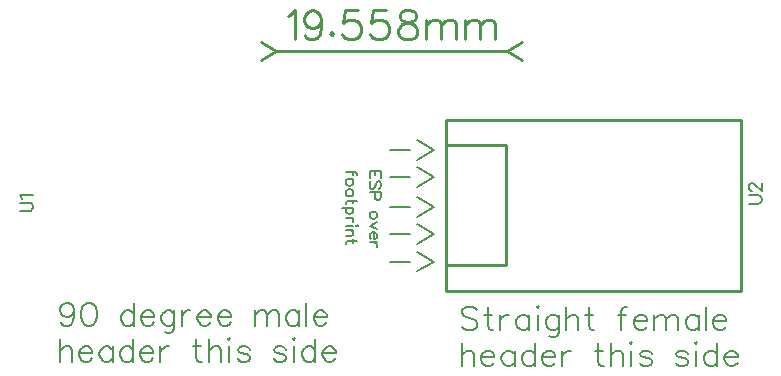
<source format=gto>
G04 Layer: TopSilkLayer*
G04 EasyEDA v6.1.52, Thu, 18 Jul 2019 05:10:24 GMT*
G04 901f24a5bca74c948225dbc6938cad0f,10*
G04 Gerber Generator version 0.2*
G04 Scale: 100 percent, Rotated: No, Reflected: No *
G04 Dimensions in millimeters *
G04 leading zeros omitted , absolute positions ,3 integer and 3 decimal *
%FSLAX33Y33*%
%MOMM*%
G90*
G71D02*

%ADD10C,0.254000*%
%ADD17C,0.203200*%
%ADD18C,0.177800*%

%LPD*%
G54D10*
G01X39370Y13208D02*
G01X39370Y-1291D01*
G01X14370Y13208D02*
G01X14370Y-1291D01*
G01X39370Y13208D02*
G01X14370Y13208D01*
G01X39370Y-1291D02*
G01X14370Y-1291D01*
G01X19450Y11038D02*
G01X14370Y11038D01*
G01X19450Y878D02*
G01X14370Y878D01*
G01X19450Y11038D02*
G01X19450Y878D01*
G54D17*
G01X17040Y-2910D02*
G01X16855Y-2725D01*
G01X16578Y-2633D01*
G01X16210Y-2633D01*
G01X15933Y-2725D01*
G01X15748Y-2910D01*
G01X15748Y-3093D01*
G01X15839Y-3279D01*
G01X15933Y-3373D01*
G01X16116Y-3464D01*
G01X16672Y-3649D01*
G01X16855Y-3741D01*
G01X16949Y-3832D01*
G01X17040Y-4018D01*
G01X17040Y-4295D01*
G01X16855Y-4480D01*
G01X16578Y-4572D01*
G01X16210Y-4572D01*
G01X15933Y-4480D01*
G01X15748Y-4295D01*
G01X17927Y-2633D02*
G01X17927Y-4203D01*
G01X18021Y-4480D01*
G01X18204Y-4572D01*
G01X18389Y-4572D01*
G01X17650Y-3279D02*
G01X18298Y-3279D01*
G01X18999Y-3279D02*
G01X18999Y-4572D01*
G01X18999Y-3832D02*
G01X19090Y-3556D01*
G01X19276Y-3373D01*
G01X19461Y-3279D01*
G01X19738Y-3279D01*
G01X21455Y-3279D02*
G01X21455Y-4572D01*
G01X21455Y-3556D02*
G01X21272Y-3373D01*
G01X21087Y-3279D01*
G01X20810Y-3279D01*
G01X20624Y-3373D01*
G01X20439Y-3556D01*
G01X20347Y-3832D01*
G01X20347Y-4018D01*
G01X20439Y-4295D01*
G01X20624Y-4480D01*
G01X20810Y-4572D01*
G01X21087Y-4572D01*
G01X21272Y-4480D01*
G01X21455Y-4295D01*
G01X22064Y-2633D02*
G01X22158Y-2725D01*
G01X22250Y-2633D01*
G01X22158Y-2540D01*
G01X22064Y-2633D01*
G01X22158Y-3279D02*
G01X22158Y-4572D01*
G01X23967Y-3279D02*
G01X23967Y-4757D01*
G01X23876Y-5034D01*
G01X23784Y-5125D01*
G01X23599Y-5219D01*
G01X23322Y-5219D01*
G01X23136Y-5125D01*
G01X23967Y-3556D02*
G01X23784Y-3373D01*
G01X23599Y-3279D01*
G01X23322Y-3279D01*
G01X23136Y-3373D01*
G01X22951Y-3556D01*
G01X22860Y-3832D01*
G01X22860Y-4018D01*
G01X22951Y-4295D01*
G01X23136Y-4480D01*
G01X23322Y-4572D01*
G01X23599Y-4572D01*
G01X23784Y-4480D01*
G01X23967Y-4295D01*
G01X24577Y-2633D02*
G01X24577Y-4572D01*
G01X24577Y-3649D02*
G01X24853Y-3373D01*
G01X25039Y-3279D01*
G01X25316Y-3279D01*
G01X25501Y-3373D01*
G01X25593Y-3649D01*
G01X25593Y-4572D01*
G01X26479Y-2633D02*
G01X26479Y-4203D01*
G01X26573Y-4480D01*
G01X26758Y-4572D01*
G01X26941Y-4572D01*
G01X26202Y-3279D02*
G01X26850Y-3279D01*
G01X29712Y-2633D02*
G01X29527Y-2633D01*
G01X29344Y-2725D01*
G01X29250Y-3002D01*
G01X29250Y-4572D01*
G01X28973Y-3279D02*
G01X29621Y-3279D01*
G01X30322Y-3832D02*
G01X31432Y-3832D01*
G01X31432Y-3649D01*
G01X31338Y-3464D01*
G01X31247Y-3373D01*
G01X31061Y-3279D01*
G01X30784Y-3279D01*
G01X30599Y-3373D01*
G01X30416Y-3556D01*
G01X30322Y-3832D01*
G01X30322Y-4018D01*
G01X30416Y-4295D01*
G01X30599Y-4480D01*
G01X30784Y-4572D01*
G01X31061Y-4572D01*
G01X31247Y-4480D01*
G01X31432Y-4295D01*
G01X32042Y-3279D02*
G01X32042Y-4572D01*
G01X32042Y-3649D02*
G01X32318Y-3373D01*
G01X32501Y-3279D01*
G01X32778Y-3279D01*
G01X32964Y-3373D01*
G01X33058Y-3649D01*
G01X33058Y-4572D01*
G01X33058Y-3649D02*
G01X33334Y-3373D01*
G01X33517Y-3279D01*
G01X33794Y-3279D01*
G01X33980Y-3373D01*
G01X34074Y-3649D01*
G01X34074Y-4572D01*
G01X35791Y-3279D02*
G01X35791Y-4572D01*
G01X35791Y-3556D02*
G01X35605Y-3373D01*
G01X35420Y-3279D01*
G01X35143Y-3279D01*
G01X34960Y-3373D01*
G01X34775Y-3556D01*
G01X34683Y-3832D01*
G01X34683Y-4018D01*
G01X34775Y-4295D01*
G01X34960Y-4480D01*
G01X35143Y-4572D01*
G01X35420Y-4572D01*
G01X35605Y-4480D01*
G01X35791Y-4295D01*
G01X36400Y-2633D02*
G01X36400Y-4572D01*
G01X37010Y-3832D02*
G01X38117Y-3832D01*
G01X38117Y-3649D01*
G01X38026Y-3464D01*
G01X37934Y-3373D01*
G01X37749Y-3279D01*
G01X37472Y-3279D01*
G01X37287Y-3373D01*
G01X37101Y-3556D01*
G01X37010Y-3832D01*
G01X37010Y-4018D01*
G01X37101Y-4295D01*
G01X37287Y-4480D01*
G01X37472Y-4572D01*
G01X37749Y-4572D01*
G01X37934Y-4480D01*
G01X38117Y-4295D01*
G01X15748Y-5681D02*
G01X15748Y-7620D01*
G01X15748Y-6697D02*
G01X16024Y-6421D01*
G01X16210Y-6327D01*
G01X16487Y-6327D01*
G01X16672Y-6421D01*
G01X16764Y-6697D01*
G01X16764Y-7620D01*
G01X17373Y-6880D02*
G01X18481Y-6880D01*
G01X18481Y-6697D01*
G01X18389Y-6512D01*
G01X18298Y-6421D01*
G01X18112Y-6327D01*
G01X17835Y-6327D01*
G01X17650Y-6421D01*
G01X17465Y-6604D01*
G01X17373Y-6880D01*
G01X17373Y-7066D01*
G01X17465Y-7343D01*
G01X17650Y-7528D01*
G01X17835Y-7620D01*
G01X18112Y-7620D01*
G01X18298Y-7528D01*
G01X18481Y-7343D01*
G01X20200Y-6327D02*
G01X20200Y-7620D01*
G01X20200Y-6604D02*
G01X20015Y-6421D01*
G01X19829Y-6327D01*
G01X19552Y-6327D01*
G01X19367Y-6421D01*
G01X19184Y-6604D01*
G01X19090Y-6880D01*
G01X19090Y-7066D01*
G01X19184Y-7343D01*
G01X19367Y-7528D01*
G01X19552Y-7620D01*
G01X19829Y-7620D01*
G01X20015Y-7528D01*
G01X20200Y-7343D01*
G01X21917Y-5681D02*
G01X21917Y-7620D01*
G01X21917Y-6604D02*
G01X21732Y-6421D01*
G01X21549Y-6327D01*
G01X21272Y-6327D01*
G01X21087Y-6421D01*
G01X20901Y-6604D01*
G01X20810Y-6880D01*
G01X20810Y-7066D01*
G01X20901Y-7343D01*
G01X21087Y-7528D01*
G01X21272Y-7620D01*
G01X21549Y-7620D01*
G01X21732Y-7528D01*
G01X21917Y-7343D01*
G01X22527Y-6880D02*
G01X23634Y-6880D01*
G01X23634Y-6697D01*
G01X23543Y-6512D01*
G01X23451Y-6421D01*
G01X23266Y-6327D01*
G01X22989Y-6327D01*
G01X22804Y-6421D01*
G01X22618Y-6604D01*
G01X22527Y-6880D01*
G01X22527Y-7066D01*
G01X22618Y-7343D01*
G01X22804Y-7528D01*
G01X22989Y-7620D01*
G01X23266Y-7620D01*
G01X23451Y-7528D01*
G01X23634Y-7343D01*
G01X24244Y-6327D02*
G01X24244Y-7620D01*
G01X24244Y-6880D02*
G01X24338Y-6604D01*
G01X24523Y-6421D01*
G01X24706Y-6327D01*
G01X24983Y-6327D01*
G01X27292Y-5681D02*
G01X27292Y-7251D01*
G01X27386Y-7528D01*
G01X27571Y-7620D01*
G01X27754Y-7620D01*
G01X27015Y-6327D02*
G01X27663Y-6327D01*
G01X28364Y-5681D02*
G01X28364Y-7620D01*
G01X28364Y-6697D02*
G01X28641Y-6421D01*
G01X28826Y-6327D01*
G01X29103Y-6327D01*
G01X29288Y-6421D01*
G01X29380Y-6697D01*
G01X29380Y-7620D01*
G01X29989Y-5681D02*
G01X30083Y-5773D01*
G01X30175Y-5681D01*
G01X30083Y-5588D01*
G01X29989Y-5681D01*
G01X30083Y-6327D02*
G01X30083Y-7620D01*
G01X31800Y-6604D02*
G01X31709Y-6421D01*
G01X31432Y-6327D01*
G01X31153Y-6327D01*
G01X30876Y-6421D01*
G01X30784Y-6604D01*
G01X30876Y-6789D01*
G01X31061Y-6880D01*
G01X31523Y-6974D01*
G01X31709Y-7066D01*
G01X31800Y-7251D01*
G01X31800Y-7343D01*
G01X31709Y-7528D01*
G01X31432Y-7620D01*
G01X31153Y-7620D01*
G01X30876Y-7528D01*
G01X30784Y-7343D01*
G01X34848Y-6604D02*
G01X34757Y-6421D01*
G01X34480Y-6327D01*
G01X34201Y-6327D01*
G01X33924Y-6421D01*
G01X33832Y-6604D01*
G01X33924Y-6789D01*
G01X34109Y-6880D01*
G01X34571Y-6974D01*
G01X34757Y-7066D01*
G01X34848Y-7251D01*
G01X34848Y-7343D01*
G01X34757Y-7528D01*
G01X34480Y-7620D01*
G01X34201Y-7620D01*
G01X33924Y-7528D01*
G01X33832Y-7343D01*
G01X35458Y-5681D02*
G01X35549Y-5773D01*
G01X35643Y-5681D01*
G01X35549Y-5588D01*
G01X35458Y-5681D01*
G01X35549Y-6327D02*
G01X35549Y-7620D01*
G01X37360Y-5681D02*
G01X37360Y-7620D01*
G01X37360Y-6604D02*
G01X37175Y-6421D01*
G01X36992Y-6327D01*
G01X36715Y-6327D01*
G01X36530Y-6421D01*
G01X36344Y-6604D01*
G01X36253Y-6880D01*
G01X36253Y-7066D01*
G01X36344Y-7343D01*
G01X36530Y-7528D01*
G01X36715Y-7620D01*
G01X36992Y-7620D01*
G01X37175Y-7528D01*
G01X37360Y-7343D01*
G01X37970Y-6880D02*
G01X39077Y-6880D01*
G01X39077Y-6697D01*
G01X38986Y-6512D01*
G01X38895Y-6421D01*
G01X38709Y-6327D01*
G01X38432Y-6327D01*
G01X38247Y-6421D01*
G01X38061Y-6604D01*
G01X37970Y-6880D01*
G01X37970Y-7066D01*
G01X38061Y-7343D01*
G01X38247Y-7528D01*
G01X38432Y-7620D01*
G01X38709Y-7620D01*
G01X38895Y-7528D01*
G01X39077Y-7343D01*
G01X-17086Y-2931D02*
G01X-17180Y-3208D01*
G01X-17363Y-3393D01*
G01X-17640Y-3484D01*
G01X-17734Y-3484D01*
G01X-18011Y-3393D01*
G01X-18196Y-3208D01*
G01X-18288Y-2931D01*
G01X-18288Y-2839D01*
G01X-18196Y-2562D01*
G01X-18011Y-2377D01*
G01X-17734Y-2286D01*
G01X-17640Y-2286D01*
G01X-17363Y-2377D01*
G01X-17180Y-2562D01*
G01X-17086Y-2931D01*
G01X-17086Y-3393D01*
G01X-17180Y-3855D01*
G01X-17363Y-4132D01*
G01X-17640Y-4224D01*
G01X-17825Y-4224D01*
G01X-18102Y-4132D01*
G01X-18196Y-3947D01*
G01X-15923Y-2286D02*
G01X-16200Y-2377D01*
G01X-16385Y-2654D01*
G01X-16476Y-3116D01*
G01X-16476Y-3393D01*
G01X-16385Y-3855D01*
G01X-16200Y-4132D01*
G01X-15923Y-4224D01*
G01X-15737Y-4224D01*
G01X-15460Y-4132D01*
G01X-15278Y-3855D01*
G01X-15184Y-3393D01*
G01X-15184Y-3116D01*
G01X-15278Y-2654D01*
G01X-15460Y-2377D01*
G01X-15737Y-2286D01*
G01X-15923Y-2286D01*
G01X-12044Y-2286D02*
G01X-12044Y-4224D01*
G01X-12044Y-3208D02*
G01X-12230Y-3025D01*
G01X-12412Y-2931D01*
G01X-12689Y-2931D01*
G01X-12875Y-3025D01*
G01X-13060Y-3208D01*
G01X-13152Y-3484D01*
G01X-13152Y-3670D01*
G01X-13060Y-3947D01*
G01X-12875Y-4132D01*
G01X-12689Y-4224D01*
G01X-12412Y-4224D01*
G01X-12230Y-4132D01*
G01X-12044Y-3947D01*
G01X-11435Y-3484D02*
G01X-10325Y-3484D01*
G01X-10325Y-3302D01*
G01X-10419Y-3116D01*
G01X-10510Y-3025D01*
G01X-10695Y-2931D01*
G01X-10972Y-2931D01*
G01X-11158Y-3025D01*
G01X-11341Y-3208D01*
G01X-11435Y-3484D01*
G01X-11435Y-3670D01*
G01X-11341Y-3947D01*
G01X-11158Y-4132D01*
G01X-10972Y-4224D01*
G01X-10695Y-4224D01*
G01X-10510Y-4132D01*
G01X-10325Y-3947D01*
G01X-8608Y-2931D02*
G01X-8608Y-4409D01*
G01X-8699Y-4686D01*
G01X-8793Y-4777D01*
G01X-8978Y-4871D01*
G01X-9255Y-4871D01*
G01X-9438Y-4777D01*
G01X-8608Y-3208D02*
G01X-8793Y-3025D01*
G01X-8978Y-2931D01*
G01X-9255Y-2931D01*
G01X-9438Y-3025D01*
G01X-9624Y-3208D01*
G01X-9715Y-3484D01*
G01X-9715Y-3670D01*
G01X-9624Y-3947D01*
G01X-9438Y-4132D01*
G01X-9255Y-4224D01*
G01X-8978Y-4224D01*
G01X-8793Y-4132D01*
G01X-8608Y-3947D01*
G01X-7998Y-2931D02*
G01X-7998Y-4224D01*
G01X-7998Y-3484D02*
G01X-7907Y-3208D01*
G01X-7721Y-3025D01*
G01X-7536Y-2931D01*
G01X-7259Y-2931D01*
G01X-6649Y-3484D02*
G01X-5542Y-3484D01*
G01X-5542Y-3302D01*
G01X-5633Y-3116D01*
G01X-5727Y-3025D01*
G01X-5910Y-2931D01*
G01X-6187Y-2931D01*
G01X-6372Y-3025D01*
G01X-6558Y-3208D01*
G01X-6649Y-3484D01*
G01X-6649Y-3670D01*
G01X-6558Y-3947D01*
G01X-6372Y-4132D01*
G01X-6187Y-4224D01*
G01X-5910Y-4224D01*
G01X-5727Y-4132D01*
G01X-5542Y-3947D01*
G01X-4932Y-3484D02*
G01X-3822Y-3484D01*
G01X-3822Y-3302D01*
G01X-3916Y-3116D01*
G01X-4008Y-3025D01*
G01X-4193Y-2931D01*
G01X-4470Y-2931D01*
G01X-4655Y-3025D01*
G01X-4838Y-3208D01*
G01X-4932Y-3484D01*
G01X-4932Y-3670D01*
G01X-4838Y-3947D01*
G01X-4655Y-4132D01*
G01X-4470Y-4224D01*
G01X-4193Y-4224D01*
G01X-4008Y-4132D01*
G01X-3822Y-3947D01*
G01X-1790Y-2931D02*
G01X-1790Y-4224D01*
G01X-1790Y-3302D02*
G01X-1513Y-3025D01*
G01X-1330Y-2931D01*
G01X-1054Y-2931D01*
G01X-868Y-3025D01*
G01X-774Y-3302D01*
G01X-774Y-4224D01*
G01X-774Y-3302D02*
G01X-497Y-3025D01*
G01X-314Y-2931D01*
G01X-38Y-2931D01*
G01X147Y-3025D01*
G01X241Y-3302D01*
G01X241Y-4224D01*
G01X1958Y-2931D02*
G01X1958Y-4224D01*
G01X1958Y-3208D02*
G01X1772Y-3025D01*
G01X1587Y-2931D01*
G01X1310Y-2931D01*
G01X1127Y-3025D01*
G01X942Y-3208D01*
G01X850Y-3484D01*
G01X850Y-3670D01*
G01X942Y-3947D01*
G01X1127Y-4132D01*
G01X1310Y-4224D01*
G01X1587Y-4224D01*
G01X1772Y-4132D01*
G01X1958Y-3947D01*
G01X2567Y-2286D02*
G01X2567Y-4224D01*
G01X3177Y-3484D02*
G01X4284Y-3484D01*
G01X4284Y-3302D01*
G01X4193Y-3116D01*
G01X4102Y-3025D01*
G01X3916Y-2931D01*
G01X3639Y-2931D01*
G01X3454Y-3025D01*
G01X3268Y-3208D01*
G01X3177Y-3484D01*
G01X3177Y-3670D01*
G01X3268Y-3947D01*
G01X3454Y-4132D01*
G01X3639Y-4224D01*
G01X3916Y-4224D01*
G01X4102Y-4132D01*
G01X4284Y-3947D01*
G01X-18288Y-5334D02*
G01X-18288Y-7272D01*
G01X-18288Y-6350D02*
G01X-18011Y-6073D01*
G01X-17825Y-5979D01*
G01X-17548Y-5979D01*
G01X-17363Y-6073D01*
G01X-17272Y-6350D01*
G01X-17272Y-7272D01*
G01X-16662Y-6532D02*
G01X-15554Y-6532D01*
G01X-15554Y-6350D01*
G01X-15646Y-6164D01*
G01X-15737Y-6073D01*
G01X-15923Y-5979D01*
G01X-16200Y-5979D01*
G01X-16385Y-6073D01*
G01X-16570Y-6256D01*
G01X-16662Y-6532D01*
G01X-16662Y-6718D01*
G01X-16570Y-6995D01*
G01X-16385Y-7180D01*
G01X-16200Y-7272D01*
G01X-15923Y-7272D01*
G01X-15737Y-7180D01*
G01X-15554Y-6995D01*
G01X-13835Y-5979D02*
G01X-13835Y-7272D01*
G01X-13835Y-6256D02*
G01X-14020Y-6073D01*
G01X-14206Y-5979D01*
G01X-14483Y-5979D01*
G01X-14668Y-6073D01*
G01X-14851Y-6256D01*
G01X-14945Y-6532D01*
G01X-14945Y-6718D01*
G01X-14851Y-6995D01*
G01X-14668Y-7180D01*
G01X-14483Y-7272D01*
G01X-14206Y-7272D01*
G01X-14020Y-7180D01*
G01X-13835Y-6995D01*
G01X-12118Y-5334D02*
G01X-12118Y-7272D01*
G01X-12118Y-6256D02*
G01X-12303Y-6073D01*
G01X-12486Y-5979D01*
G01X-12763Y-5979D01*
G01X-12948Y-6073D01*
G01X-13134Y-6256D01*
G01X-13225Y-6532D01*
G01X-13225Y-6718D01*
G01X-13134Y-6995D01*
G01X-12948Y-7180D01*
G01X-12763Y-7272D01*
G01X-12486Y-7272D01*
G01X-12303Y-7180D01*
G01X-12118Y-6995D01*
G01X-11508Y-6532D02*
G01X-10401Y-6532D01*
G01X-10401Y-6350D01*
G01X-10492Y-6164D01*
G01X-10584Y-6073D01*
G01X-10769Y-5979D01*
G01X-11046Y-5979D01*
G01X-11231Y-6073D01*
G01X-11417Y-6256D01*
G01X-11508Y-6532D01*
G01X-11508Y-6718D01*
G01X-11417Y-6995D01*
G01X-11231Y-7180D01*
G01X-11046Y-7272D01*
G01X-10769Y-7272D01*
G01X-10584Y-7180D01*
G01X-10401Y-6995D01*
G01X-9791Y-5979D02*
G01X-9791Y-7272D01*
G01X-9791Y-6532D02*
G01X-9697Y-6256D01*
G01X-9512Y-6073D01*
G01X-9329Y-5979D01*
G01X-9052Y-5979D01*
G01X-6743Y-5334D02*
G01X-6743Y-6903D01*
G01X-6649Y-7180D01*
G01X-6464Y-7272D01*
G01X-6281Y-7272D01*
G01X-7020Y-5979D02*
G01X-6372Y-5979D01*
G01X-5671Y-5334D02*
G01X-5671Y-7272D01*
G01X-5671Y-6350D02*
G01X-5394Y-6073D01*
G01X-5209Y-5979D01*
G01X-4932Y-5979D01*
G01X-4747Y-6073D01*
G01X-4655Y-6350D01*
G01X-4655Y-7272D01*
G01X-4046Y-5334D02*
G01X-3952Y-5425D01*
G01X-3860Y-5334D01*
G01X-3952Y-5240D01*
G01X-4046Y-5334D01*
G01X-3952Y-5979D02*
G01X-3952Y-7272D01*
G01X-2235Y-6256D02*
G01X-2326Y-6073D01*
G01X-2603Y-5979D01*
G01X-2882Y-5979D01*
G01X-3159Y-6073D01*
G01X-3251Y-6256D01*
G01X-3159Y-6441D01*
G01X-2974Y-6532D01*
G01X-2512Y-6626D01*
G01X-2326Y-6718D01*
G01X-2235Y-6903D01*
G01X-2235Y-6995D01*
G01X-2326Y-7180D01*
G01X-2603Y-7272D01*
G01X-2882Y-7272D01*
G01X-3159Y-7180D01*
G01X-3251Y-6995D01*
G01X812Y-6256D02*
G01X721Y-6073D01*
G01X444Y-5979D01*
G01X165Y-5979D01*
G01X-111Y-6073D01*
G01X-203Y-6256D01*
G01X-111Y-6441D01*
G01X73Y-6532D01*
G01X535Y-6626D01*
G01X721Y-6718D01*
G01X812Y-6903D01*
G01X812Y-6995D01*
G01X721Y-7180D01*
G01X444Y-7272D01*
G01X165Y-7272D01*
G01X-111Y-7180D01*
G01X-203Y-6995D01*
G01X1422Y-5334D02*
G01X1513Y-5425D01*
G01X1607Y-5334D01*
G01X1513Y-5240D01*
G01X1422Y-5334D01*
G01X1513Y-5979D02*
G01X1513Y-7272D01*
G01X3324Y-5334D02*
G01X3324Y-7272D01*
G01X3324Y-6256D02*
G01X3139Y-6073D01*
G01X2956Y-5979D01*
G01X2679Y-5979D01*
G01X2494Y-6073D01*
G01X2308Y-6256D01*
G01X2217Y-6532D01*
G01X2217Y-6718D01*
G01X2308Y-6995D01*
G01X2494Y-7180D01*
G01X2679Y-7272D01*
G01X2956Y-7272D01*
G01X3139Y-7180D01*
G01X3324Y-6995D01*
G01X3934Y-6532D02*
G01X5041Y-6532D01*
G01X5041Y-6350D01*
G01X4950Y-6164D01*
G01X4859Y-6073D01*
G01X4673Y-5979D01*
G01X4396Y-5979D01*
G01X4211Y-6073D01*
G01X4025Y-6256D01*
G01X3934Y-6532D01*
G01X3934Y-6718D01*
G01X4025Y-6995D01*
G01X4211Y-7180D01*
G01X4396Y-7272D01*
G01X4673Y-7272D01*
G01X4859Y-7180D01*
G01X5041Y-6995D01*
G01X9652Y1201D02*
G01X11315Y1201D01*
G01X11925Y2032D02*
G01X13401Y1201D01*
G01X11925Y370D01*
G01X9652Y3556D02*
G01X11315Y3556D01*
G01X11925Y4386D02*
G01X13401Y3556D01*
G01X11925Y2725D01*
G01X9652Y5842D02*
G01X11315Y5842D01*
G01X11925Y6672D02*
G01X13401Y5842D01*
G01X11925Y5011D01*
G01X9652Y10668D02*
G01X11315Y10668D01*
G01X11925Y11498D02*
G01X13401Y10668D01*
G01X11925Y9837D01*
G01X9652Y8382D02*
G01X11315Y8382D01*
G01X11925Y9212D02*
G01X13401Y8382D01*
G01X11925Y7551D01*
G54D10*
G01X0Y19050D02*
G01X19558Y19050D01*
G01X-1270Y19812D02*
G01X0Y19050D01*
G01X-1270Y18288D01*
G01X20828Y19812D02*
G01X19558Y19050D01*
G01X20828Y18288D01*
G01X993Y22006D02*
G01X1224Y22120D01*
G01X1569Y22466D01*
G01X1569Y20043D01*
G01X3832Y21658D02*
G01X3718Y21313D01*
G01X3487Y21082D01*
G01X3139Y20967D01*
G01X3025Y20967D01*
G01X2679Y21082D01*
G01X2448Y21313D01*
G01X2331Y21658D01*
G01X2331Y21775D01*
G01X2448Y22120D01*
G01X2679Y22352D01*
G01X3025Y22466D01*
G01X3139Y22466D01*
G01X3487Y22352D01*
G01X3718Y22120D01*
G01X3832Y21658D01*
G01X3832Y21082D01*
G01X3718Y20505D01*
G01X3487Y20157D01*
G01X3139Y20043D01*
G01X2908Y20043D01*
G01X2562Y20157D01*
G01X2448Y20388D01*
G01X4711Y20619D02*
G01X4594Y20505D01*
G01X4711Y20388D01*
G01X4826Y20505D01*
G01X4711Y20619D01*
G01X6972Y22466D02*
G01X5819Y22466D01*
G01X5702Y21427D01*
G01X5819Y21544D01*
G01X6164Y21658D01*
G01X6512Y21658D01*
G01X6858Y21544D01*
G01X7089Y21313D01*
G01X7203Y20967D01*
G01X7203Y20736D01*
G01X7089Y20388D01*
G01X6858Y20157D01*
G01X6512Y20043D01*
G01X6164Y20043D01*
G01X5819Y20157D01*
G01X5702Y20274D01*
G01X5588Y20505D01*
G01X9352Y22466D02*
G01X8196Y22466D01*
G01X8082Y21427D01*
G01X8196Y21544D01*
G01X8544Y21658D01*
G01X8890Y21658D01*
G01X9235Y21544D01*
G01X9466Y21313D01*
G01X9583Y20967D01*
G01X9583Y20736D01*
G01X9466Y20388D01*
G01X9235Y20157D01*
G01X8890Y20043D01*
G01X8544Y20043D01*
G01X8196Y20157D01*
G01X8082Y20274D01*
G01X7965Y20505D01*
G01X10922Y22466D02*
G01X10576Y22352D01*
G01X10459Y22120D01*
G01X10459Y21889D01*
G01X10576Y21658D01*
G01X10807Y21544D01*
G01X11267Y21427D01*
G01X11615Y21313D01*
G01X11846Y21082D01*
G01X11960Y20850D01*
G01X11960Y20505D01*
G01X11846Y20274D01*
G01X11729Y20157D01*
G01X11384Y20043D01*
G01X10922Y20043D01*
G01X10576Y20157D01*
G01X10459Y20274D01*
G01X10345Y20505D01*
G01X10345Y20850D01*
G01X10459Y21082D01*
G01X10690Y21313D01*
G01X11036Y21427D01*
G01X11498Y21544D01*
G01X11729Y21658D01*
G01X11846Y21889D01*
G01X11846Y22120D01*
G01X11729Y22352D01*
G01X11384Y22466D01*
G01X10922Y22466D01*
G01X12722Y21658D02*
G01X12722Y20043D01*
G01X12722Y21196D02*
G01X13068Y21544D01*
G01X13299Y21658D01*
G01X13647Y21658D01*
G01X13878Y21544D01*
G01X13992Y21196D01*
G01X13992Y20043D01*
G01X13992Y21196D02*
G01X14338Y21544D01*
G01X14569Y21658D01*
G01X14917Y21658D01*
G01X15148Y21544D01*
G01X15262Y21196D01*
G01X15262Y20043D01*
G01X16024Y21658D02*
G01X16024Y20043D01*
G01X16024Y21196D02*
G01X16370Y21544D01*
G01X16601Y21658D01*
G01X16949Y21658D01*
G01X17180Y21544D01*
G01X17294Y21196D01*
G01X17294Y20043D01*
G01X17294Y21196D02*
G01X17640Y21544D01*
G01X17871Y21658D01*
G01X18219Y21658D01*
G01X18450Y21544D01*
G01X18564Y21196D01*
G01X18564Y20043D01*
G54D17*
G01X8876Y8890D02*
G01X7922Y8890D01*
G01X8876Y8890D02*
G01X8876Y8299D01*
G01X8422Y8890D02*
G01X8422Y8526D01*
G01X7922Y8890D02*
G01X7922Y8299D01*
G01X8740Y7362D02*
G01X8831Y7453D01*
G01X8876Y7590D01*
G01X8876Y7771D01*
G01X8831Y7908D01*
G01X8740Y7999D01*
G01X8649Y7999D01*
G01X8558Y7953D01*
G01X8513Y7908D01*
G01X8467Y7817D01*
G01X8376Y7544D01*
G01X8331Y7453D01*
G01X8285Y7408D01*
G01X8194Y7362D01*
G01X8058Y7362D01*
G01X7967Y7453D01*
G01X7922Y7590D01*
G01X7922Y7771D01*
G01X7967Y7908D01*
G01X8058Y7999D01*
G01X8876Y7062D02*
G01X7922Y7062D01*
G01X8876Y7062D02*
G01X8876Y6653D01*
G01X8831Y6517D01*
G01X8785Y6471D01*
G01X8694Y6426D01*
G01X8558Y6426D01*
G01X8467Y6471D01*
G01X8422Y6517D01*
G01X8376Y6653D01*
G01X8376Y7062D01*
G01X8558Y5199D02*
G01X8513Y5290D01*
G01X8422Y5380D01*
G01X8285Y5426D01*
G01X8194Y5426D01*
G01X8058Y5380D01*
G01X7967Y5290D01*
G01X7922Y5199D01*
G01X7922Y5062D01*
G01X7967Y4971D01*
G01X8058Y4880D01*
G01X8194Y4835D01*
G01X8285Y4835D01*
G01X8422Y4880D01*
G01X8513Y4971D01*
G01X8558Y5062D01*
G01X8558Y5199D01*
G01X8558Y4535D02*
G01X7922Y4262D01*
G01X8558Y3990D02*
G01X7922Y4262D01*
G01X8285Y3690D02*
G01X8285Y3144D01*
G01X8376Y3144D01*
G01X8467Y3190D01*
G01X8513Y3235D01*
G01X8558Y3326D01*
G01X8558Y3462D01*
G01X8513Y3553D01*
G01X8422Y3644D01*
G01X8285Y3690D01*
G01X8194Y3690D01*
G01X8058Y3644D01*
G01X7967Y3553D01*
G01X7922Y3462D01*
G01X7922Y3326D01*
G01X7967Y3235D01*
G01X8058Y3144D01*
G01X8558Y2844D02*
G01X7922Y2844D01*
G01X8285Y2844D02*
G01X8422Y2799D01*
G01X8513Y2708D01*
G01X8558Y2617D01*
G01X8558Y2480D01*
G01X6860Y8526D02*
G01X6860Y8617D01*
G01X6815Y8708D01*
G01X6678Y8753D01*
G01X5906Y8753D01*
G01X6542Y8890D02*
G01X6542Y8571D01*
G01X6542Y7999D02*
G01X6497Y8090D01*
G01X6406Y8180D01*
G01X6269Y8226D01*
G01X6178Y8226D01*
G01X6042Y8180D01*
G01X5951Y8090D01*
G01X5906Y7999D01*
G01X5906Y7862D01*
G01X5951Y7771D01*
G01X6042Y7680D01*
G01X6178Y7635D01*
G01X6269Y7635D01*
G01X6406Y7680D01*
G01X6497Y7771D01*
G01X6542Y7862D01*
G01X6542Y7999D01*
G01X6542Y7108D02*
G01X6497Y7199D01*
G01X6406Y7290D01*
G01X6269Y7335D01*
G01X6178Y7335D01*
G01X6042Y7290D01*
G01X5951Y7199D01*
G01X5906Y7108D01*
G01X5906Y6971D01*
G01X5951Y6880D01*
G01X6042Y6790D01*
G01X6178Y6744D01*
G01X6269Y6744D01*
G01X6406Y6790D01*
G01X6497Y6880D01*
G01X6542Y6971D01*
G01X6542Y7108D01*
G01X6860Y6308D02*
G01X6087Y6308D01*
G01X5951Y6262D01*
G01X5906Y6171D01*
G01X5906Y6080D01*
G01X6542Y6444D02*
G01X6542Y6126D01*
G01X6542Y5780D02*
G01X5588Y5780D01*
G01X6406Y5780D02*
G01X6497Y5690D01*
G01X6542Y5599D01*
G01X6542Y5462D01*
G01X6497Y5371D01*
G01X6406Y5280D01*
G01X6269Y5235D01*
G01X6178Y5235D01*
G01X6042Y5280D01*
G01X5951Y5371D01*
G01X5906Y5462D01*
G01X5906Y5599D01*
G01X5951Y5690D01*
G01X6042Y5780D01*
G01X6542Y4935D02*
G01X5906Y4935D01*
G01X6269Y4935D02*
G01X6406Y4890D01*
G01X6497Y4799D01*
G01X6542Y4708D01*
G01X6542Y4571D01*
G01X6860Y4271D02*
G01X6815Y4226D01*
G01X6860Y4180D01*
G01X6906Y4226D01*
G01X6860Y4271D01*
G01X6542Y4226D02*
G01X5906Y4226D01*
G01X6542Y3880D02*
G01X5906Y3880D01*
G01X6360Y3880D02*
G01X6497Y3744D01*
G01X6542Y3653D01*
G01X6542Y3517D01*
G01X6497Y3426D01*
G01X6360Y3380D01*
G01X5906Y3380D01*
G01X6860Y2944D02*
G01X6087Y2944D01*
G01X5951Y2899D01*
G01X5906Y2808D01*
G01X5906Y2717D01*
G01X6542Y3080D02*
G01X6542Y2762D01*
G54D18*
G01X40017Y6096D02*
G01X40794Y6096D01*
G01X40952Y6146D01*
G01X41056Y6250D01*
G01X41107Y6408D01*
G01X41107Y6512D01*
G01X41056Y6667D01*
G01X40952Y6771D01*
G01X40794Y6822D01*
G01X40017Y6822D01*
G01X40276Y7218D02*
G01X40223Y7218D01*
G01X40119Y7269D01*
G01X40068Y7322D01*
G01X40017Y7426D01*
G01X40017Y7632D01*
G01X40068Y7736D01*
G01X40119Y7790D01*
G01X40223Y7840D01*
G01X40327Y7840D01*
G01X40431Y7790D01*
G01X40589Y7686D01*
G01X41107Y7165D01*
G01X41107Y7894D01*
G01X-21704Y5473D02*
G01X-20927Y5473D01*
G01X-20769Y5524D01*
G01X-20665Y5628D01*
G01X-20614Y5786D01*
G01X-20614Y5890D01*
G01X-20665Y6045D01*
G01X-20769Y6149D01*
G01X-20927Y6200D01*
G01X-21704Y6200D01*
G01X-21498Y6543D02*
G01X-21549Y6647D01*
G01X-21704Y6804D01*
G01X-20614Y6804D01*
M00*
M02*

</source>
